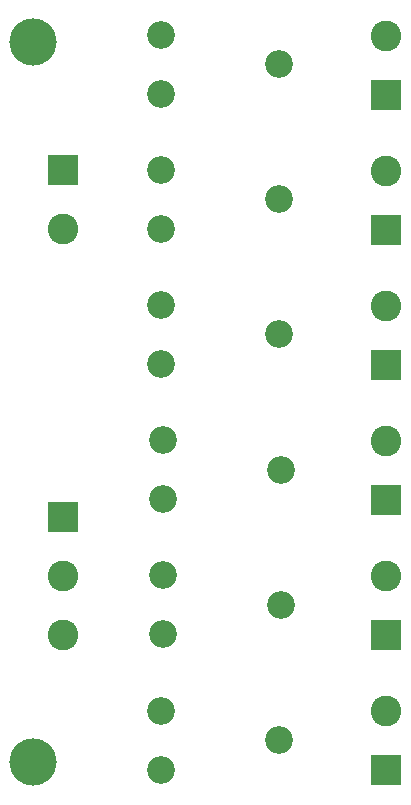
<source format=gbr>
%TF.GenerationSoftware,KiCad,Pcbnew,(5.1.10)-1*%
%TF.CreationDate,2021-08-17T16:01:40+03:00*%
%TF.ProjectId,Lamls_Type3,4c616d6c-735f-4547-9970-65332e6b6963,rev?*%
%TF.SameCoordinates,Original*%
%TF.FileFunction,Copper,L1,Top*%
%TF.FilePolarity,Positive*%
%FSLAX46Y46*%
G04 Gerber Fmt 4.6, Leading zero omitted, Abs format (unit mm)*
G04 Created by KiCad (PCBNEW (5.1.10)-1) date 2021-08-17 16:01:40*
%MOMM*%
%LPD*%
G01*
G04 APERTURE LIST*
%TA.AperFunction,ComponentPad*%
%ADD10C,2.340000*%
%TD*%
%TA.AperFunction,ComponentPad*%
%ADD11C,2.600000*%
%TD*%
%TA.AperFunction,ComponentPad*%
%ADD12R,2.600000X2.600000*%
%TD*%
%TA.AperFunction,ViaPad*%
%ADD13C,4.000000*%
%TD*%
G04 APERTURE END LIST*
D10*
%TO.P,RV6,1*%
%TO.N,Net-(RV5-Pad3)*%
X160020000Y-127000000D03*
%TO.P,RV6,2*%
%TO.N,Net-(Q6-Pad1)*%
X170020000Y-124500000D03*
%TO.P,RV6,3*%
%TO.N,Net-(R4-Pad2)*%
X160020000Y-122000000D03*
%TD*%
%TO.P,RV5,1*%
%TO.N,Net-(RV4-Pad3)*%
X160180000Y-115530000D03*
%TO.P,RV5,2*%
%TO.N,Net-(Q5-Pad1)*%
X170180000Y-113030000D03*
%TO.P,RV5,3*%
%TO.N,Net-(RV5-Pad3)*%
X160180000Y-110530000D03*
%TD*%
%TO.P,RV4,1*%
%TO.N,Net-(RV3-Pad3)*%
X160180000Y-104100000D03*
%TO.P,RV4,2*%
%TO.N,Net-(Q4-Pad1)*%
X170180000Y-101600000D03*
%TO.P,RV4,3*%
%TO.N,Net-(RV4-Pad3)*%
X160180000Y-99100000D03*
%TD*%
%TO.P,RV3,1*%
%TO.N,Net-(RV2-Pad3)*%
X160020000Y-92630000D03*
%TO.P,RV3,2*%
%TO.N,Net-(Q3-Pad1)*%
X170020000Y-90130000D03*
%TO.P,RV3,3*%
%TO.N,Net-(RV3-Pad3)*%
X160020000Y-87630000D03*
%TD*%
%TO.P,RV2,1*%
%TO.N,Net-(RV1-Pad3)*%
X160020000Y-81200000D03*
%TO.P,RV2,2*%
%TO.N,Net-(Q2-Pad1)*%
X170020000Y-78700000D03*
%TO.P,RV2,3*%
%TO.N,Net-(RV2-Pad3)*%
X160020000Y-76200000D03*
%TD*%
%TO.P,RV1,1*%
%TO.N,Net-(R3-Pad2)*%
X160020000Y-69770000D03*
%TO.P,RV1,2*%
%TO.N,Net-(Q1-Pad1)*%
X170020000Y-67270000D03*
%TO.P,RV1,3*%
%TO.N,Net-(RV1-Pad3)*%
X160020000Y-64770000D03*
%TD*%
D11*
%TO.P,J8,2*%
%TO.N,GND*%
X179070000Y-122000000D03*
D12*
%TO.P,J8,1*%
%TO.N,Net-(J8-Pad1)*%
X179070000Y-127000000D03*
%TD*%
D11*
%TO.P,J7,2*%
%TO.N,GND*%
X179070000Y-110570000D03*
D12*
%TO.P,J7,1*%
%TO.N,Net-(J7-Pad1)*%
X179070000Y-115570000D03*
%TD*%
D11*
%TO.P,J6,2*%
%TO.N,GND*%
X179070000Y-64850000D03*
D12*
%TO.P,J6,1*%
%TO.N,Net-(J6-Pad1)*%
X179070000Y-69850000D03*
%TD*%
D11*
%TO.P,J5,2*%
%TO.N,GND*%
X179070000Y-99140000D03*
D12*
%TO.P,J5,1*%
%TO.N,Net-(J5-Pad1)*%
X179070000Y-104140000D03*
%TD*%
D11*
%TO.P,J4,2*%
%TO.N,GND*%
X179070000Y-87710000D03*
D12*
%TO.P,J4,1*%
%TO.N,Net-(J4-Pad1)*%
X179070000Y-92710000D03*
%TD*%
D11*
%TO.P,J3,2*%
%TO.N,GND*%
X179070000Y-76280000D03*
D12*
%TO.P,J3,1*%
%TO.N,Net-(J3-Pad1)*%
X179070000Y-81280000D03*
%TD*%
D11*
%TO.P,J2,2*%
%TO.N,GND*%
X151765000Y-81200000D03*
D12*
%TO.P,J2,1*%
%TO.N,+12V*%
X151765000Y-76200000D03*
%TD*%
D11*
%TO.P,J1,3*%
%TO.N,GND*%
X151765000Y-115570000D03*
%TO.P,J1,2*%
%TO.N,Net-(J1-Pad2)*%
X151765000Y-110570000D03*
D12*
%TO.P,J1,1*%
%TO.N,Net-(J1-Pad1)*%
X151765000Y-105570000D03*
%TD*%
D13*
%TO.N,GND*%
X149225000Y-65405000D03*
X149225000Y-126365000D03*
%TD*%
M02*

</source>
